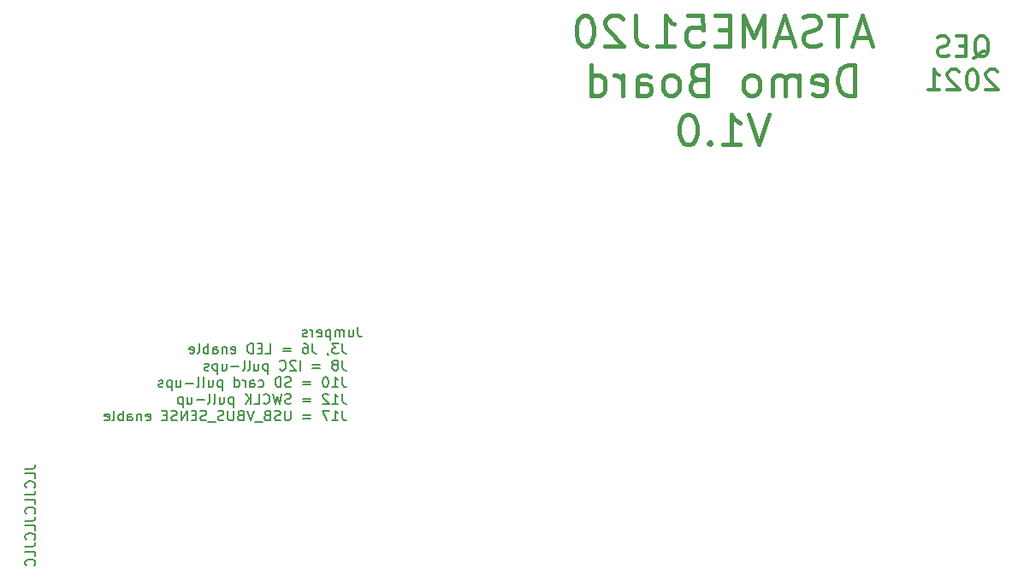
<source format=gbo>
G04 #@! TF.GenerationSoftware,KiCad,Pcbnew,(5.1.10)-1*
G04 #@! TF.CreationDate,2021-11-18T19:13:28-07:00*
G04 #@! TF.ProjectId,ATSAME51Demo,41545341-4d45-4353-9144-656d6f2e6b69,1.0*
G04 #@! TF.SameCoordinates,Original*
G04 #@! TF.FileFunction,Legend,Bot*
G04 #@! TF.FilePolarity,Positive*
%FSLAX46Y46*%
G04 Gerber Fmt 4.6, Leading zero omitted, Abs format (unit mm)*
G04 Created by KiCad (PCBNEW (5.1.10)-1) date 2021-11-18 19:13:28*
%MOMM*%
%LPD*%
G01*
G04 APERTURE LIST*
%ADD10C,0.160000*%
%ADD11C,0.300000*%
%ADD12C,0.400000*%
%ADD13O,1.700000X1.700000*%
%ADD14R,1.700000X1.700000*%
%ADD15C,0.500000*%
%ADD16C,1.540000*%
%ADD17C,0.900000*%
%ADD18R,4.400000X1.800000*%
%ADD19O,4.000000X1.800000*%
%ADD20O,1.800000X4.000000*%
G04 APERTURE END LIST*
D10*
X84122190Y-120302380D02*
X84122190Y-121016666D01*
X84169809Y-121159523D01*
X84265047Y-121254761D01*
X84407904Y-121302380D01*
X84503142Y-121302380D01*
X83217428Y-120635714D02*
X83217428Y-121302380D01*
X83646000Y-120635714D02*
X83646000Y-121159523D01*
X83598380Y-121254761D01*
X83503142Y-121302380D01*
X83360285Y-121302380D01*
X83265047Y-121254761D01*
X83217428Y-121207142D01*
X82741238Y-121302380D02*
X82741238Y-120635714D01*
X82741238Y-120730952D02*
X82693619Y-120683333D01*
X82598380Y-120635714D01*
X82455523Y-120635714D01*
X82360285Y-120683333D01*
X82312666Y-120778571D01*
X82312666Y-121302380D01*
X82312666Y-120778571D02*
X82265047Y-120683333D01*
X82169809Y-120635714D01*
X82026952Y-120635714D01*
X81931714Y-120683333D01*
X81884095Y-120778571D01*
X81884095Y-121302380D01*
X81407904Y-120635714D02*
X81407904Y-121635714D01*
X81407904Y-120683333D02*
X81312666Y-120635714D01*
X81122190Y-120635714D01*
X81026952Y-120683333D01*
X80979333Y-120730952D01*
X80931714Y-120826190D01*
X80931714Y-121111904D01*
X80979333Y-121207142D01*
X81026952Y-121254761D01*
X81122190Y-121302380D01*
X81312666Y-121302380D01*
X81407904Y-121254761D01*
X80122190Y-121254761D02*
X80217428Y-121302380D01*
X80407904Y-121302380D01*
X80503142Y-121254761D01*
X80550761Y-121159523D01*
X80550761Y-120778571D01*
X80503142Y-120683333D01*
X80407904Y-120635714D01*
X80217428Y-120635714D01*
X80122190Y-120683333D01*
X80074571Y-120778571D01*
X80074571Y-120873809D01*
X80550761Y-120969047D01*
X79646000Y-121302380D02*
X79646000Y-120635714D01*
X79646000Y-120826190D02*
X79598380Y-120730952D01*
X79550761Y-120683333D01*
X79455523Y-120635714D01*
X79360285Y-120635714D01*
X79074571Y-121254761D02*
X78979333Y-121302380D01*
X78788857Y-121302380D01*
X78693619Y-121254761D01*
X78646000Y-121159523D01*
X78646000Y-121111904D01*
X78693619Y-121016666D01*
X78788857Y-120969047D01*
X78931714Y-120969047D01*
X79026952Y-120921428D01*
X79074571Y-120826190D01*
X79074571Y-120778571D01*
X79026952Y-120683333D01*
X78931714Y-120635714D01*
X78788857Y-120635714D01*
X78693619Y-120683333D01*
X82598380Y-121962380D02*
X82598380Y-122676666D01*
X82646000Y-122819523D01*
X82741238Y-122914761D01*
X82884095Y-122962380D01*
X82979333Y-122962380D01*
X82217428Y-121962380D02*
X81598380Y-121962380D01*
X81931714Y-122343333D01*
X81788857Y-122343333D01*
X81693619Y-122390952D01*
X81646000Y-122438571D01*
X81598380Y-122533809D01*
X81598380Y-122771904D01*
X81646000Y-122867142D01*
X81693619Y-122914761D01*
X81788857Y-122962380D01*
X82074571Y-122962380D01*
X82169809Y-122914761D01*
X82217428Y-122867142D01*
X81122190Y-122914761D02*
X81122190Y-122962380D01*
X81169809Y-123057619D01*
X81217428Y-123105238D01*
X79646000Y-121962380D02*
X79646000Y-122676666D01*
X79693619Y-122819523D01*
X79788857Y-122914761D01*
X79931714Y-122962380D01*
X80026952Y-122962380D01*
X78741238Y-121962380D02*
X78931714Y-121962380D01*
X79026952Y-122010000D01*
X79074571Y-122057619D01*
X79169809Y-122200476D01*
X79217428Y-122390952D01*
X79217428Y-122771904D01*
X79169809Y-122867142D01*
X79122190Y-122914761D01*
X79026952Y-122962380D01*
X78836476Y-122962380D01*
X78741238Y-122914761D01*
X78693619Y-122867142D01*
X78646000Y-122771904D01*
X78646000Y-122533809D01*
X78693619Y-122438571D01*
X78741238Y-122390952D01*
X78836476Y-122343333D01*
X79026952Y-122343333D01*
X79122190Y-122390952D01*
X79169809Y-122438571D01*
X79217428Y-122533809D01*
X77455523Y-122438571D02*
X76693619Y-122438571D01*
X76693619Y-122724285D02*
X77455523Y-122724285D01*
X74979333Y-122962380D02*
X75455523Y-122962380D01*
X75455523Y-121962380D01*
X74646000Y-122438571D02*
X74312666Y-122438571D01*
X74169809Y-122962380D02*
X74646000Y-122962380D01*
X74646000Y-121962380D01*
X74169809Y-121962380D01*
X73741238Y-122962380D02*
X73741238Y-121962380D01*
X73503142Y-121962380D01*
X73360285Y-122010000D01*
X73265047Y-122105238D01*
X73217428Y-122200476D01*
X73169809Y-122390952D01*
X73169809Y-122533809D01*
X73217428Y-122724285D01*
X73265047Y-122819523D01*
X73360285Y-122914761D01*
X73503142Y-122962380D01*
X73741238Y-122962380D01*
X71598380Y-122914761D02*
X71693619Y-122962380D01*
X71884095Y-122962380D01*
X71979333Y-122914761D01*
X72026952Y-122819523D01*
X72026952Y-122438571D01*
X71979333Y-122343333D01*
X71884095Y-122295714D01*
X71693619Y-122295714D01*
X71598380Y-122343333D01*
X71550761Y-122438571D01*
X71550761Y-122533809D01*
X72026952Y-122629047D01*
X71122190Y-122295714D02*
X71122190Y-122962380D01*
X71122190Y-122390952D02*
X71074571Y-122343333D01*
X70979333Y-122295714D01*
X70836476Y-122295714D01*
X70741238Y-122343333D01*
X70693619Y-122438571D01*
X70693619Y-122962380D01*
X69788857Y-122962380D02*
X69788857Y-122438571D01*
X69836476Y-122343333D01*
X69931714Y-122295714D01*
X70122190Y-122295714D01*
X70217428Y-122343333D01*
X69788857Y-122914761D02*
X69884095Y-122962380D01*
X70122190Y-122962380D01*
X70217428Y-122914761D01*
X70265047Y-122819523D01*
X70265047Y-122724285D01*
X70217428Y-122629047D01*
X70122190Y-122581428D01*
X69884095Y-122581428D01*
X69788857Y-122533809D01*
X69312666Y-122962380D02*
X69312666Y-121962380D01*
X69312666Y-122343333D02*
X69217428Y-122295714D01*
X69026952Y-122295714D01*
X68931714Y-122343333D01*
X68884095Y-122390952D01*
X68836476Y-122486190D01*
X68836476Y-122771904D01*
X68884095Y-122867142D01*
X68931714Y-122914761D01*
X69026952Y-122962380D01*
X69217428Y-122962380D01*
X69312666Y-122914761D01*
X68265047Y-122962380D02*
X68360285Y-122914761D01*
X68407904Y-122819523D01*
X68407904Y-121962380D01*
X67503142Y-122914761D02*
X67598380Y-122962380D01*
X67788857Y-122962380D01*
X67884095Y-122914761D01*
X67931714Y-122819523D01*
X67931714Y-122438571D01*
X67884095Y-122343333D01*
X67788857Y-122295714D01*
X67598380Y-122295714D01*
X67503142Y-122343333D01*
X67455523Y-122438571D01*
X67455523Y-122533809D01*
X67931714Y-122629047D01*
X82598380Y-123622380D02*
X82598380Y-124336666D01*
X82646000Y-124479523D01*
X82741238Y-124574761D01*
X82884095Y-124622380D01*
X82979333Y-124622380D01*
X81979333Y-124050952D02*
X82074571Y-124003333D01*
X82122190Y-123955714D01*
X82169809Y-123860476D01*
X82169809Y-123812857D01*
X82122190Y-123717619D01*
X82074571Y-123670000D01*
X81979333Y-123622380D01*
X81788857Y-123622380D01*
X81693619Y-123670000D01*
X81646000Y-123717619D01*
X81598380Y-123812857D01*
X81598380Y-123860476D01*
X81646000Y-123955714D01*
X81693619Y-124003333D01*
X81788857Y-124050952D01*
X81979333Y-124050952D01*
X82074571Y-124098571D01*
X82122190Y-124146190D01*
X82169809Y-124241428D01*
X82169809Y-124431904D01*
X82122190Y-124527142D01*
X82074571Y-124574761D01*
X81979333Y-124622380D01*
X81788857Y-124622380D01*
X81693619Y-124574761D01*
X81646000Y-124527142D01*
X81598380Y-124431904D01*
X81598380Y-124241428D01*
X81646000Y-124146190D01*
X81693619Y-124098571D01*
X81788857Y-124050952D01*
X80407904Y-124098571D02*
X79646000Y-124098571D01*
X79646000Y-124384285D02*
X80407904Y-124384285D01*
X78407904Y-124622380D02*
X78407904Y-123622380D01*
X77979333Y-123717619D02*
X77931714Y-123670000D01*
X77836476Y-123622380D01*
X77598380Y-123622380D01*
X77503142Y-123670000D01*
X77455523Y-123717619D01*
X77407904Y-123812857D01*
X77407904Y-123908095D01*
X77455523Y-124050952D01*
X78026952Y-124622380D01*
X77407904Y-124622380D01*
X76407904Y-124527142D02*
X76455523Y-124574761D01*
X76598380Y-124622380D01*
X76693619Y-124622380D01*
X76836476Y-124574761D01*
X76931714Y-124479523D01*
X76979333Y-124384285D01*
X77026952Y-124193809D01*
X77026952Y-124050952D01*
X76979333Y-123860476D01*
X76931714Y-123765238D01*
X76836476Y-123670000D01*
X76693619Y-123622380D01*
X76598380Y-123622380D01*
X76455523Y-123670000D01*
X76407904Y-123717619D01*
X75217428Y-123955714D02*
X75217428Y-124955714D01*
X75217428Y-124003333D02*
X75122190Y-123955714D01*
X74931714Y-123955714D01*
X74836476Y-124003333D01*
X74788857Y-124050952D01*
X74741238Y-124146190D01*
X74741238Y-124431904D01*
X74788857Y-124527142D01*
X74836476Y-124574761D01*
X74931714Y-124622380D01*
X75122190Y-124622380D01*
X75217428Y-124574761D01*
X73884095Y-123955714D02*
X73884095Y-124622380D01*
X74312666Y-123955714D02*
X74312666Y-124479523D01*
X74265047Y-124574761D01*
X74169809Y-124622380D01*
X74026952Y-124622380D01*
X73931714Y-124574761D01*
X73884095Y-124527142D01*
X73265047Y-124622380D02*
X73360285Y-124574761D01*
X73407904Y-124479523D01*
X73407904Y-123622380D01*
X72741238Y-124622380D02*
X72836476Y-124574761D01*
X72884095Y-124479523D01*
X72884095Y-123622380D01*
X72360285Y-124241428D02*
X71598380Y-124241428D01*
X70693619Y-123955714D02*
X70693619Y-124622380D01*
X71122190Y-123955714D02*
X71122190Y-124479523D01*
X71074571Y-124574761D01*
X70979333Y-124622380D01*
X70836476Y-124622380D01*
X70741238Y-124574761D01*
X70693619Y-124527142D01*
X70217428Y-123955714D02*
X70217428Y-124955714D01*
X70217428Y-124003333D02*
X70122190Y-123955714D01*
X69931714Y-123955714D01*
X69836476Y-124003333D01*
X69788857Y-124050952D01*
X69741238Y-124146190D01*
X69741238Y-124431904D01*
X69788857Y-124527142D01*
X69836476Y-124574761D01*
X69931714Y-124622380D01*
X70122190Y-124622380D01*
X70217428Y-124574761D01*
X69360285Y-124574761D02*
X69265047Y-124622380D01*
X69074571Y-124622380D01*
X68979333Y-124574761D01*
X68931714Y-124479523D01*
X68931714Y-124431904D01*
X68979333Y-124336666D01*
X69074571Y-124289047D01*
X69217428Y-124289047D01*
X69312666Y-124241428D01*
X69360285Y-124146190D01*
X69360285Y-124098571D01*
X69312666Y-124003333D01*
X69217428Y-123955714D01*
X69074571Y-123955714D01*
X68979333Y-124003333D01*
X82598380Y-125282380D02*
X82598380Y-125996666D01*
X82646000Y-126139523D01*
X82741238Y-126234761D01*
X82884095Y-126282380D01*
X82979333Y-126282380D01*
X81598380Y-126282380D02*
X82169809Y-126282380D01*
X81884095Y-126282380D02*
X81884095Y-125282380D01*
X81979333Y-125425238D01*
X82074571Y-125520476D01*
X82169809Y-125568095D01*
X80979333Y-125282380D02*
X80884095Y-125282380D01*
X80788857Y-125330000D01*
X80741238Y-125377619D01*
X80693619Y-125472857D01*
X80646000Y-125663333D01*
X80646000Y-125901428D01*
X80693619Y-126091904D01*
X80741238Y-126187142D01*
X80788857Y-126234761D01*
X80884095Y-126282380D01*
X80979333Y-126282380D01*
X81074571Y-126234761D01*
X81122190Y-126187142D01*
X81169809Y-126091904D01*
X81217428Y-125901428D01*
X81217428Y-125663333D01*
X81169809Y-125472857D01*
X81122190Y-125377619D01*
X81074571Y-125330000D01*
X80979333Y-125282380D01*
X79455523Y-125758571D02*
X78693619Y-125758571D01*
X78693619Y-126044285D02*
X79455523Y-126044285D01*
X77503142Y-126234761D02*
X77360285Y-126282380D01*
X77122190Y-126282380D01*
X77026952Y-126234761D01*
X76979333Y-126187142D01*
X76931714Y-126091904D01*
X76931714Y-125996666D01*
X76979333Y-125901428D01*
X77026952Y-125853809D01*
X77122190Y-125806190D01*
X77312666Y-125758571D01*
X77407904Y-125710952D01*
X77455523Y-125663333D01*
X77503142Y-125568095D01*
X77503142Y-125472857D01*
X77455523Y-125377619D01*
X77407904Y-125330000D01*
X77312666Y-125282380D01*
X77074571Y-125282380D01*
X76931714Y-125330000D01*
X76503142Y-126282380D02*
X76503142Y-125282380D01*
X76265047Y-125282380D01*
X76122190Y-125330000D01*
X76026952Y-125425238D01*
X75979333Y-125520476D01*
X75931714Y-125710952D01*
X75931714Y-125853809D01*
X75979333Y-126044285D01*
X76026952Y-126139523D01*
X76122190Y-126234761D01*
X76265047Y-126282380D01*
X76503142Y-126282380D01*
X74312666Y-126234761D02*
X74407904Y-126282380D01*
X74598380Y-126282380D01*
X74693619Y-126234761D01*
X74741238Y-126187142D01*
X74788857Y-126091904D01*
X74788857Y-125806190D01*
X74741238Y-125710952D01*
X74693619Y-125663333D01*
X74598380Y-125615714D01*
X74407904Y-125615714D01*
X74312666Y-125663333D01*
X73455523Y-126282380D02*
X73455523Y-125758571D01*
X73503142Y-125663333D01*
X73598380Y-125615714D01*
X73788857Y-125615714D01*
X73884095Y-125663333D01*
X73455523Y-126234761D02*
X73550761Y-126282380D01*
X73788857Y-126282380D01*
X73884095Y-126234761D01*
X73931714Y-126139523D01*
X73931714Y-126044285D01*
X73884095Y-125949047D01*
X73788857Y-125901428D01*
X73550761Y-125901428D01*
X73455523Y-125853809D01*
X72979333Y-126282380D02*
X72979333Y-125615714D01*
X72979333Y-125806190D02*
X72931714Y-125710952D01*
X72884095Y-125663333D01*
X72788857Y-125615714D01*
X72693619Y-125615714D01*
X71931714Y-126282380D02*
X71931714Y-125282380D01*
X71931714Y-126234761D02*
X72026952Y-126282380D01*
X72217428Y-126282380D01*
X72312666Y-126234761D01*
X72360285Y-126187142D01*
X72407904Y-126091904D01*
X72407904Y-125806190D01*
X72360285Y-125710952D01*
X72312666Y-125663333D01*
X72217428Y-125615714D01*
X72026952Y-125615714D01*
X71931714Y-125663333D01*
X70693619Y-125615714D02*
X70693619Y-126615714D01*
X70693619Y-125663333D02*
X70598380Y-125615714D01*
X70407904Y-125615714D01*
X70312666Y-125663333D01*
X70265047Y-125710952D01*
X70217428Y-125806190D01*
X70217428Y-126091904D01*
X70265047Y-126187142D01*
X70312666Y-126234761D01*
X70407904Y-126282380D01*
X70598380Y-126282380D01*
X70693619Y-126234761D01*
X69360285Y-125615714D02*
X69360285Y-126282380D01*
X69788857Y-125615714D02*
X69788857Y-126139523D01*
X69741238Y-126234761D01*
X69646000Y-126282380D01*
X69503142Y-126282380D01*
X69407904Y-126234761D01*
X69360285Y-126187142D01*
X68741238Y-126282380D02*
X68836476Y-126234761D01*
X68884095Y-126139523D01*
X68884095Y-125282380D01*
X68217428Y-126282380D02*
X68312666Y-126234761D01*
X68360285Y-126139523D01*
X68360285Y-125282380D01*
X67836476Y-125901428D02*
X67074571Y-125901428D01*
X66169809Y-125615714D02*
X66169809Y-126282380D01*
X66598380Y-125615714D02*
X66598380Y-126139523D01*
X66550761Y-126234761D01*
X66455523Y-126282380D01*
X66312666Y-126282380D01*
X66217428Y-126234761D01*
X66169809Y-126187142D01*
X65693619Y-125615714D02*
X65693619Y-126615714D01*
X65693619Y-125663333D02*
X65598380Y-125615714D01*
X65407904Y-125615714D01*
X65312666Y-125663333D01*
X65265047Y-125710952D01*
X65217428Y-125806190D01*
X65217428Y-126091904D01*
X65265047Y-126187142D01*
X65312666Y-126234761D01*
X65407904Y-126282380D01*
X65598380Y-126282380D01*
X65693619Y-126234761D01*
X64836476Y-126234761D02*
X64741238Y-126282380D01*
X64550761Y-126282380D01*
X64455523Y-126234761D01*
X64407904Y-126139523D01*
X64407904Y-126091904D01*
X64455523Y-125996666D01*
X64550761Y-125949047D01*
X64693619Y-125949047D01*
X64788857Y-125901428D01*
X64836476Y-125806190D01*
X64836476Y-125758571D01*
X64788857Y-125663333D01*
X64693619Y-125615714D01*
X64550761Y-125615714D01*
X64455523Y-125663333D01*
X82598380Y-126942380D02*
X82598380Y-127656666D01*
X82646000Y-127799523D01*
X82741238Y-127894761D01*
X82884095Y-127942380D01*
X82979333Y-127942380D01*
X81598380Y-127942380D02*
X82169809Y-127942380D01*
X81884095Y-127942380D02*
X81884095Y-126942380D01*
X81979333Y-127085238D01*
X82074571Y-127180476D01*
X82169809Y-127228095D01*
X81217428Y-127037619D02*
X81169809Y-126990000D01*
X81074571Y-126942380D01*
X80836476Y-126942380D01*
X80741238Y-126990000D01*
X80693619Y-127037619D01*
X80646000Y-127132857D01*
X80646000Y-127228095D01*
X80693619Y-127370952D01*
X81265047Y-127942380D01*
X80646000Y-127942380D01*
X79455523Y-127418571D02*
X78693619Y-127418571D01*
X78693619Y-127704285D02*
X79455523Y-127704285D01*
X77503142Y-127894761D02*
X77360285Y-127942380D01*
X77122190Y-127942380D01*
X77026952Y-127894761D01*
X76979333Y-127847142D01*
X76931714Y-127751904D01*
X76931714Y-127656666D01*
X76979333Y-127561428D01*
X77026952Y-127513809D01*
X77122190Y-127466190D01*
X77312666Y-127418571D01*
X77407904Y-127370952D01*
X77455523Y-127323333D01*
X77503142Y-127228095D01*
X77503142Y-127132857D01*
X77455523Y-127037619D01*
X77407904Y-126990000D01*
X77312666Y-126942380D01*
X77074571Y-126942380D01*
X76931714Y-126990000D01*
X76598380Y-126942380D02*
X76360285Y-127942380D01*
X76169809Y-127228095D01*
X75979333Y-127942380D01*
X75741238Y-126942380D01*
X74788857Y-127847142D02*
X74836476Y-127894761D01*
X74979333Y-127942380D01*
X75074571Y-127942380D01*
X75217428Y-127894761D01*
X75312666Y-127799523D01*
X75360285Y-127704285D01*
X75407904Y-127513809D01*
X75407904Y-127370952D01*
X75360285Y-127180476D01*
X75312666Y-127085238D01*
X75217428Y-126990000D01*
X75074571Y-126942380D01*
X74979333Y-126942380D01*
X74836476Y-126990000D01*
X74788857Y-127037619D01*
X73884095Y-127942380D02*
X74360285Y-127942380D01*
X74360285Y-126942380D01*
X73550761Y-127942380D02*
X73550761Y-126942380D01*
X72979333Y-127942380D02*
X73407904Y-127370952D01*
X72979333Y-126942380D02*
X73550761Y-127513809D01*
X71788857Y-127275714D02*
X71788857Y-128275714D01*
X71788857Y-127323333D02*
X71693619Y-127275714D01*
X71503142Y-127275714D01*
X71407904Y-127323333D01*
X71360285Y-127370952D01*
X71312666Y-127466190D01*
X71312666Y-127751904D01*
X71360285Y-127847142D01*
X71407904Y-127894761D01*
X71503142Y-127942380D01*
X71693619Y-127942380D01*
X71788857Y-127894761D01*
X70455523Y-127275714D02*
X70455523Y-127942380D01*
X70884095Y-127275714D02*
X70884095Y-127799523D01*
X70836476Y-127894761D01*
X70741238Y-127942380D01*
X70598380Y-127942380D01*
X70503142Y-127894761D01*
X70455523Y-127847142D01*
X69836476Y-127942380D02*
X69931714Y-127894761D01*
X69979333Y-127799523D01*
X69979333Y-126942380D01*
X69312666Y-127942380D02*
X69407904Y-127894761D01*
X69455523Y-127799523D01*
X69455523Y-126942380D01*
X68931714Y-127561428D02*
X68169809Y-127561428D01*
X67265047Y-127275714D02*
X67265047Y-127942380D01*
X67693619Y-127275714D02*
X67693619Y-127799523D01*
X67646000Y-127894761D01*
X67550761Y-127942380D01*
X67407904Y-127942380D01*
X67312666Y-127894761D01*
X67265047Y-127847142D01*
X66788857Y-127275714D02*
X66788857Y-128275714D01*
X66788857Y-127323333D02*
X66693619Y-127275714D01*
X66503142Y-127275714D01*
X66407904Y-127323333D01*
X66360285Y-127370952D01*
X66312666Y-127466190D01*
X66312666Y-127751904D01*
X66360285Y-127847142D01*
X66407904Y-127894761D01*
X66503142Y-127942380D01*
X66693619Y-127942380D01*
X66788857Y-127894761D01*
X82598380Y-128602380D02*
X82598380Y-129316666D01*
X82646000Y-129459523D01*
X82741238Y-129554761D01*
X82884095Y-129602380D01*
X82979333Y-129602380D01*
X81598380Y-129602380D02*
X82169809Y-129602380D01*
X81884095Y-129602380D02*
X81884095Y-128602380D01*
X81979333Y-128745238D01*
X82074571Y-128840476D01*
X82169809Y-128888095D01*
X81265047Y-128602380D02*
X80598380Y-128602380D01*
X81026952Y-129602380D01*
X79455523Y-129078571D02*
X78693619Y-129078571D01*
X78693619Y-129364285D02*
X79455523Y-129364285D01*
X77455523Y-128602380D02*
X77455523Y-129411904D01*
X77407904Y-129507142D01*
X77360285Y-129554761D01*
X77265047Y-129602380D01*
X77074571Y-129602380D01*
X76979333Y-129554761D01*
X76931714Y-129507142D01*
X76884095Y-129411904D01*
X76884095Y-128602380D01*
X76455523Y-129554761D02*
X76312666Y-129602380D01*
X76074571Y-129602380D01*
X75979333Y-129554761D01*
X75931714Y-129507142D01*
X75884095Y-129411904D01*
X75884095Y-129316666D01*
X75931714Y-129221428D01*
X75979333Y-129173809D01*
X76074571Y-129126190D01*
X76265047Y-129078571D01*
X76360285Y-129030952D01*
X76407904Y-128983333D01*
X76455523Y-128888095D01*
X76455523Y-128792857D01*
X76407904Y-128697619D01*
X76360285Y-128650000D01*
X76265047Y-128602380D01*
X76026952Y-128602380D01*
X75884095Y-128650000D01*
X75122190Y-129078571D02*
X74979333Y-129126190D01*
X74931714Y-129173809D01*
X74884095Y-129269047D01*
X74884095Y-129411904D01*
X74931714Y-129507142D01*
X74979333Y-129554761D01*
X75074571Y-129602380D01*
X75455523Y-129602380D01*
X75455523Y-128602380D01*
X75122190Y-128602380D01*
X75026952Y-128650000D01*
X74979333Y-128697619D01*
X74931714Y-128792857D01*
X74931714Y-128888095D01*
X74979333Y-128983333D01*
X75026952Y-129030952D01*
X75122190Y-129078571D01*
X75455523Y-129078571D01*
X74693619Y-129697619D02*
X73931714Y-129697619D01*
X73836476Y-128602380D02*
X73503142Y-129602380D01*
X73169809Y-128602380D01*
X72503142Y-129078571D02*
X72360285Y-129126190D01*
X72312666Y-129173809D01*
X72265047Y-129269047D01*
X72265047Y-129411904D01*
X72312666Y-129507142D01*
X72360285Y-129554761D01*
X72455523Y-129602380D01*
X72836476Y-129602380D01*
X72836476Y-128602380D01*
X72503142Y-128602380D01*
X72407904Y-128650000D01*
X72360285Y-128697619D01*
X72312666Y-128792857D01*
X72312666Y-128888095D01*
X72360285Y-128983333D01*
X72407904Y-129030952D01*
X72503142Y-129078571D01*
X72836476Y-129078571D01*
X71836476Y-128602380D02*
X71836476Y-129411904D01*
X71788857Y-129507142D01*
X71741238Y-129554761D01*
X71646000Y-129602380D01*
X71455523Y-129602380D01*
X71360285Y-129554761D01*
X71312666Y-129507142D01*
X71265047Y-129411904D01*
X71265047Y-128602380D01*
X70836476Y-129554761D02*
X70693619Y-129602380D01*
X70455523Y-129602380D01*
X70360285Y-129554761D01*
X70312666Y-129507142D01*
X70265047Y-129411904D01*
X70265047Y-129316666D01*
X70312666Y-129221428D01*
X70360285Y-129173809D01*
X70455523Y-129126190D01*
X70646000Y-129078571D01*
X70741238Y-129030952D01*
X70788857Y-128983333D01*
X70836476Y-128888095D01*
X70836476Y-128792857D01*
X70788857Y-128697619D01*
X70741238Y-128650000D01*
X70646000Y-128602380D01*
X70407904Y-128602380D01*
X70265047Y-128650000D01*
X70074571Y-129697619D02*
X69312666Y-129697619D01*
X69122190Y-129554761D02*
X68979333Y-129602380D01*
X68741238Y-129602380D01*
X68646000Y-129554761D01*
X68598380Y-129507142D01*
X68550761Y-129411904D01*
X68550761Y-129316666D01*
X68598380Y-129221428D01*
X68646000Y-129173809D01*
X68741238Y-129126190D01*
X68931714Y-129078571D01*
X69026952Y-129030952D01*
X69074571Y-128983333D01*
X69122190Y-128888095D01*
X69122190Y-128792857D01*
X69074571Y-128697619D01*
X69026952Y-128650000D01*
X68931714Y-128602380D01*
X68693619Y-128602380D01*
X68550761Y-128650000D01*
X68122190Y-129078571D02*
X67788857Y-129078571D01*
X67646000Y-129602380D02*
X68122190Y-129602380D01*
X68122190Y-128602380D01*
X67646000Y-128602380D01*
X67217428Y-129602380D02*
X67217428Y-128602380D01*
X66646000Y-129602380D01*
X66646000Y-128602380D01*
X66217428Y-129554761D02*
X66074571Y-129602380D01*
X65836476Y-129602380D01*
X65741238Y-129554761D01*
X65693619Y-129507142D01*
X65646000Y-129411904D01*
X65646000Y-129316666D01*
X65693619Y-129221428D01*
X65741238Y-129173809D01*
X65836476Y-129126190D01*
X66026952Y-129078571D01*
X66122190Y-129030952D01*
X66169809Y-128983333D01*
X66217428Y-128888095D01*
X66217428Y-128792857D01*
X66169809Y-128697619D01*
X66122190Y-128650000D01*
X66026952Y-128602380D01*
X65788857Y-128602380D01*
X65646000Y-128650000D01*
X65217428Y-129078571D02*
X64884095Y-129078571D01*
X64741238Y-129602380D02*
X65217428Y-129602380D01*
X65217428Y-128602380D01*
X64741238Y-128602380D01*
X63169809Y-129554761D02*
X63265047Y-129602380D01*
X63455523Y-129602380D01*
X63550761Y-129554761D01*
X63598380Y-129459523D01*
X63598380Y-129078571D01*
X63550761Y-128983333D01*
X63455523Y-128935714D01*
X63265047Y-128935714D01*
X63169809Y-128983333D01*
X63122190Y-129078571D01*
X63122190Y-129173809D01*
X63598380Y-129269047D01*
X62693619Y-128935714D02*
X62693619Y-129602380D01*
X62693619Y-129030952D02*
X62646000Y-128983333D01*
X62550761Y-128935714D01*
X62407904Y-128935714D01*
X62312666Y-128983333D01*
X62265047Y-129078571D01*
X62265047Y-129602380D01*
X61360285Y-129602380D02*
X61360285Y-129078571D01*
X61407904Y-128983333D01*
X61503142Y-128935714D01*
X61693619Y-128935714D01*
X61788857Y-128983333D01*
X61360285Y-129554761D02*
X61455523Y-129602380D01*
X61693619Y-129602380D01*
X61788857Y-129554761D01*
X61836476Y-129459523D01*
X61836476Y-129364285D01*
X61788857Y-129269047D01*
X61693619Y-129221428D01*
X61455523Y-129221428D01*
X61360285Y-129173809D01*
X60884095Y-129602380D02*
X60884095Y-128602380D01*
X60884095Y-128983333D02*
X60788857Y-128935714D01*
X60598380Y-128935714D01*
X60503142Y-128983333D01*
X60455523Y-129030952D01*
X60407904Y-129126190D01*
X60407904Y-129411904D01*
X60455523Y-129507142D01*
X60503142Y-129554761D01*
X60598380Y-129602380D01*
X60788857Y-129602380D01*
X60884095Y-129554761D01*
X59836476Y-129602380D02*
X59931714Y-129554761D01*
X59979333Y-129459523D01*
X59979333Y-128602380D01*
X59074571Y-129554761D02*
X59169809Y-129602380D01*
X59360285Y-129602380D01*
X59455523Y-129554761D01*
X59503142Y-129459523D01*
X59503142Y-129078571D01*
X59455523Y-128983333D01*
X59360285Y-128935714D01*
X59169809Y-128935714D01*
X59074571Y-128983333D01*
X59026952Y-129078571D01*
X59026952Y-129173809D01*
X59503142Y-129269047D01*
D11*
X145095238Y-93695238D02*
X145285714Y-93600000D01*
X145476190Y-93409523D01*
X145761904Y-93123809D01*
X145952380Y-93028571D01*
X146142857Y-93028571D01*
X146047619Y-93504761D02*
X146238095Y-93409523D01*
X146428571Y-93219047D01*
X146523809Y-92838095D01*
X146523809Y-92171428D01*
X146428571Y-91790476D01*
X146238095Y-91600000D01*
X146047619Y-91504761D01*
X145666666Y-91504761D01*
X145476190Y-91600000D01*
X145285714Y-91790476D01*
X145190476Y-92171428D01*
X145190476Y-92838095D01*
X145285714Y-93219047D01*
X145476190Y-93409523D01*
X145666666Y-93504761D01*
X146047619Y-93504761D01*
X144333333Y-92457142D02*
X143666666Y-92457142D01*
X143380952Y-93504761D02*
X144333333Y-93504761D01*
X144333333Y-91504761D01*
X143380952Y-91504761D01*
X142619047Y-93409523D02*
X142333333Y-93504761D01*
X141857142Y-93504761D01*
X141666666Y-93409523D01*
X141571428Y-93314285D01*
X141476190Y-93123809D01*
X141476190Y-92933333D01*
X141571428Y-92742857D01*
X141666666Y-92647619D01*
X141857142Y-92552380D01*
X142238095Y-92457142D01*
X142428571Y-92361904D01*
X142523809Y-92266666D01*
X142619047Y-92076190D01*
X142619047Y-91885714D01*
X142523809Y-91695238D01*
X142428571Y-91600000D01*
X142238095Y-91504761D01*
X141761904Y-91504761D01*
X141476190Y-91600000D01*
X147428571Y-94995238D02*
X147333333Y-94900000D01*
X147142857Y-94804761D01*
X146666666Y-94804761D01*
X146476190Y-94900000D01*
X146380952Y-94995238D01*
X146285714Y-95185714D01*
X146285714Y-95376190D01*
X146380952Y-95661904D01*
X147523809Y-96804761D01*
X146285714Y-96804761D01*
X145047619Y-94804761D02*
X144857142Y-94804761D01*
X144666666Y-94900000D01*
X144571428Y-94995238D01*
X144476190Y-95185714D01*
X144380952Y-95566666D01*
X144380952Y-96042857D01*
X144476190Y-96423809D01*
X144571428Y-96614285D01*
X144666666Y-96709523D01*
X144857142Y-96804761D01*
X145047619Y-96804761D01*
X145238095Y-96709523D01*
X145333333Y-96614285D01*
X145428571Y-96423809D01*
X145523809Y-96042857D01*
X145523809Y-95566666D01*
X145428571Y-95185714D01*
X145333333Y-94995238D01*
X145238095Y-94900000D01*
X145047619Y-94804761D01*
X143619047Y-94995238D02*
X143523809Y-94900000D01*
X143333333Y-94804761D01*
X142857142Y-94804761D01*
X142666666Y-94900000D01*
X142571428Y-94995238D01*
X142476190Y-95185714D01*
X142476190Y-95376190D01*
X142571428Y-95661904D01*
X143714285Y-96804761D01*
X142476190Y-96804761D01*
X140571428Y-96804761D02*
X141714285Y-96804761D01*
X141142857Y-96804761D02*
X141142857Y-94804761D01*
X141333333Y-95090476D01*
X141523809Y-95280952D01*
X141714285Y-95376190D01*
D10*
X51202380Y-134380952D02*
X51916666Y-134380952D01*
X52059523Y-134333333D01*
X52154761Y-134238095D01*
X52202380Y-134095238D01*
X52202380Y-134000000D01*
X52202380Y-135333333D02*
X52202380Y-134857142D01*
X51202380Y-134857142D01*
X52107142Y-136238095D02*
X52154761Y-136190476D01*
X52202380Y-136047619D01*
X52202380Y-135952380D01*
X52154761Y-135809523D01*
X52059523Y-135714285D01*
X51964285Y-135666666D01*
X51773809Y-135619047D01*
X51630952Y-135619047D01*
X51440476Y-135666666D01*
X51345238Y-135714285D01*
X51250000Y-135809523D01*
X51202380Y-135952380D01*
X51202380Y-136047619D01*
X51250000Y-136190476D01*
X51297619Y-136238095D01*
X51202380Y-136952380D02*
X51916666Y-136952380D01*
X52059523Y-136904761D01*
X52154761Y-136809523D01*
X52202380Y-136666666D01*
X52202380Y-136571428D01*
X52202380Y-137904761D02*
X52202380Y-137428571D01*
X51202380Y-137428571D01*
X52107142Y-138809523D02*
X52154761Y-138761904D01*
X52202380Y-138619047D01*
X52202380Y-138523809D01*
X52154761Y-138380952D01*
X52059523Y-138285714D01*
X51964285Y-138238095D01*
X51773809Y-138190476D01*
X51630952Y-138190476D01*
X51440476Y-138238095D01*
X51345238Y-138285714D01*
X51250000Y-138380952D01*
X51202380Y-138523809D01*
X51202380Y-138619047D01*
X51250000Y-138761904D01*
X51297619Y-138809523D01*
X51202380Y-139523809D02*
X51916666Y-139523809D01*
X52059523Y-139476190D01*
X52154761Y-139380952D01*
X52202380Y-139238095D01*
X52202380Y-139142857D01*
X52202380Y-140476190D02*
X52202380Y-140000000D01*
X51202380Y-140000000D01*
X52107142Y-141380952D02*
X52154761Y-141333333D01*
X52202380Y-141190476D01*
X52202380Y-141095238D01*
X52154761Y-140952380D01*
X52059523Y-140857142D01*
X51964285Y-140809523D01*
X51773809Y-140761904D01*
X51630952Y-140761904D01*
X51440476Y-140809523D01*
X51345238Y-140857142D01*
X51250000Y-140952380D01*
X51202380Y-141095238D01*
X51202380Y-141190476D01*
X51250000Y-141333333D01*
X51297619Y-141380952D01*
X51202380Y-142095238D02*
X51916666Y-142095238D01*
X52059523Y-142047619D01*
X52154761Y-141952380D01*
X52202380Y-141809523D01*
X52202380Y-141714285D01*
X52202380Y-143047619D02*
X52202380Y-142571428D01*
X51202380Y-142571428D01*
X52107142Y-143952380D02*
X52154761Y-143904761D01*
X52202380Y-143761904D01*
X52202380Y-143666666D01*
X52154761Y-143523809D01*
X52059523Y-143428571D01*
X51964285Y-143380952D01*
X51773809Y-143333333D01*
X51630952Y-143333333D01*
X51440476Y-143380952D01*
X51345238Y-143428571D01*
X51250000Y-143523809D01*
X51202380Y-143666666D01*
X51202380Y-143761904D01*
X51250000Y-143904761D01*
X51297619Y-143952380D01*
D12*
X134750000Y-91600000D02*
X133321428Y-91600000D01*
X135035714Y-92457142D02*
X134035714Y-89457142D01*
X133035714Y-92457142D01*
X132464285Y-89457142D02*
X130750000Y-89457142D01*
X131607142Y-92457142D02*
X131607142Y-89457142D01*
X129892857Y-92314285D02*
X129464285Y-92457142D01*
X128750000Y-92457142D01*
X128464285Y-92314285D01*
X128321428Y-92171428D01*
X128178571Y-91885714D01*
X128178571Y-91600000D01*
X128321428Y-91314285D01*
X128464285Y-91171428D01*
X128750000Y-91028571D01*
X129321428Y-90885714D01*
X129607142Y-90742857D01*
X129750000Y-90600000D01*
X129892857Y-90314285D01*
X129892857Y-90028571D01*
X129750000Y-89742857D01*
X129607142Y-89600000D01*
X129321428Y-89457142D01*
X128607142Y-89457142D01*
X128178571Y-89600000D01*
X127035714Y-91600000D02*
X125607142Y-91600000D01*
X127321428Y-92457142D02*
X126321428Y-89457142D01*
X125321428Y-92457142D01*
X124321428Y-92457142D02*
X124321428Y-89457142D01*
X123321428Y-91600000D01*
X122321428Y-89457142D01*
X122321428Y-92457142D01*
X120892857Y-90885714D02*
X119892857Y-90885714D01*
X119464285Y-92457142D02*
X120892857Y-92457142D01*
X120892857Y-89457142D01*
X119464285Y-89457142D01*
X116750000Y-89457142D02*
X118178571Y-89457142D01*
X118321428Y-90885714D01*
X118178571Y-90742857D01*
X117892857Y-90600000D01*
X117178571Y-90600000D01*
X116892857Y-90742857D01*
X116750000Y-90885714D01*
X116607142Y-91171428D01*
X116607142Y-91885714D01*
X116750000Y-92171428D01*
X116892857Y-92314285D01*
X117178571Y-92457142D01*
X117892857Y-92457142D01*
X118178571Y-92314285D01*
X118321428Y-92171428D01*
X113750000Y-92457142D02*
X115464285Y-92457142D01*
X114607142Y-92457142D02*
X114607142Y-89457142D01*
X114892857Y-89885714D01*
X115178571Y-90171428D01*
X115464285Y-90314285D01*
X111607142Y-89457142D02*
X111607142Y-91600000D01*
X111750000Y-92028571D01*
X112035714Y-92314285D01*
X112464285Y-92457142D01*
X112750000Y-92457142D01*
X110321428Y-89742857D02*
X110178571Y-89600000D01*
X109892857Y-89457142D01*
X109178571Y-89457142D01*
X108892857Y-89600000D01*
X108750000Y-89742857D01*
X108607142Y-90028571D01*
X108607142Y-90314285D01*
X108750000Y-90742857D01*
X110464285Y-92457142D01*
X108607142Y-92457142D01*
X106750000Y-89457142D02*
X106464285Y-89457142D01*
X106178571Y-89600000D01*
X106035714Y-89742857D01*
X105892857Y-90028571D01*
X105750000Y-90600000D01*
X105750000Y-91314285D01*
X105892857Y-91885714D01*
X106035714Y-92171428D01*
X106178571Y-92314285D01*
X106464285Y-92457142D01*
X106750000Y-92457142D01*
X107035714Y-92314285D01*
X107178571Y-92171428D01*
X107321428Y-91885714D01*
X107464285Y-91314285D01*
X107464285Y-90600000D01*
X107321428Y-90028571D01*
X107178571Y-89742857D01*
X107035714Y-89600000D01*
X106750000Y-89457142D01*
X133321428Y-97357142D02*
X133321428Y-94357142D01*
X132607142Y-94357142D01*
X132178571Y-94500000D01*
X131892857Y-94785714D01*
X131750000Y-95071428D01*
X131607142Y-95642857D01*
X131607142Y-96071428D01*
X131750000Y-96642857D01*
X131892857Y-96928571D01*
X132178571Y-97214285D01*
X132607142Y-97357142D01*
X133321428Y-97357142D01*
X129178571Y-97214285D02*
X129464285Y-97357142D01*
X130035714Y-97357142D01*
X130321428Y-97214285D01*
X130464285Y-96928571D01*
X130464285Y-95785714D01*
X130321428Y-95500000D01*
X130035714Y-95357142D01*
X129464285Y-95357142D01*
X129178571Y-95500000D01*
X129035714Y-95785714D01*
X129035714Y-96071428D01*
X130464285Y-96357142D01*
X127750000Y-97357142D02*
X127750000Y-95357142D01*
X127750000Y-95642857D02*
X127607142Y-95500000D01*
X127321428Y-95357142D01*
X126892857Y-95357142D01*
X126607142Y-95500000D01*
X126464285Y-95785714D01*
X126464285Y-97357142D01*
X126464285Y-95785714D02*
X126321428Y-95500000D01*
X126035714Y-95357142D01*
X125607142Y-95357142D01*
X125321428Y-95500000D01*
X125178571Y-95785714D01*
X125178571Y-97357142D01*
X123321428Y-97357142D02*
X123607142Y-97214285D01*
X123750000Y-97071428D01*
X123892857Y-96785714D01*
X123892857Y-95928571D01*
X123750000Y-95642857D01*
X123607142Y-95500000D01*
X123321428Y-95357142D01*
X122892857Y-95357142D01*
X122607142Y-95500000D01*
X122464285Y-95642857D01*
X122321428Y-95928571D01*
X122321428Y-96785714D01*
X122464285Y-97071428D01*
X122607142Y-97214285D01*
X122892857Y-97357142D01*
X123321428Y-97357142D01*
X117750000Y-95785714D02*
X117321428Y-95928571D01*
X117178571Y-96071428D01*
X117035714Y-96357142D01*
X117035714Y-96785714D01*
X117178571Y-97071428D01*
X117321428Y-97214285D01*
X117607142Y-97357142D01*
X118750000Y-97357142D01*
X118750000Y-94357142D01*
X117750000Y-94357142D01*
X117464285Y-94500000D01*
X117321428Y-94642857D01*
X117178571Y-94928571D01*
X117178571Y-95214285D01*
X117321428Y-95500000D01*
X117464285Y-95642857D01*
X117750000Y-95785714D01*
X118750000Y-95785714D01*
X115321428Y-97357142D02*
X115607142Y-97214285D01*
X115750000Y-97071428D01*
X115892857Y-96785714D01*
X115892857Y-95928571D01*
X115750000Y-95642857D01*
X115607142Y-95500000D01*
X115321428Y-95357142D01*
X114892857Y-95357142D01*
X114607142Y-95500000D01*
X114464285Y-95642857D01*
X114321428Y-95928571D01*
X114321428Y-96785714D01*
X114464285Y-97071428D01*
X114607142Y-97214285D01*
X114892857Y-97357142D01*
X115321428Y-97357142D01*
X111750000Y-97357142D02*
X111750000Y-95785714D01*
X111892857Y-95500000D01*
X112178571Y-95357142D01*
X112750000Y-95357142D01*
X113035714Y-95500000D01*
X111750000Y-97214285D02*
X112035714Y-97357142D01*
X112750000Y-97357142D01*
X113035714Y-97214285D01*
X113178571Y-96928571D01*
X113178571Y-96642857D01*
X113035714Y-96357142D01*
X112750000Y-96214285D01*
X112035714Y-96214285D01*
X111750000Y-96071428D01*
X110321428Y-97357142D02*
X110321428Y-95357142D01*
X110321428Y-95928571D02*
X110178571Y-95642857D01*
X110035714Y-95500000D01*
X109750000Y-95357142D01*
X109464285Y-95357142D01*
X107178571Y-97357142D02*
X107178571Y-94357142D01*
X107178571Y-97214285D02*
X107464285Y-97357142D01*
X108035714Y-97357142D01*
X108321428Y-97214285D01*
X108464285Y-97071428D01*
X108607142Y-96785714D01*
X108607142Y-95928571D01*
X108464285Y-95642857D01*
X108321428Y-95500000D01*
X108035714Y-95357142D01*
X107464285Y-95357142D01*
X107178571Y-95500000D01*
X124821428Y-99257142D02*
X123821428Y-102257142D01*
X122821428Y-99257142D01*
X120250000Y-102257142D02*
X121964285Y-102257142D01*
X121107142Y-102257142D02*
X121107142Y-99257142D01*
X121392857Y-99685714D01*
X121678571Y-99971428D01*
X121964285Y-100114285D01*
X118964285Y-101971428D02*
X118821428Y-102114285D01*
X118964285Y-102257142D01*
X119107142Y-102114285D01*
X118964285Y-101971428D01*
X118964285Y-102257142D01*
X116964285Y-99257142D02*
X116678571Y-99257142D01*
X116392857Y-99400000D01*
X116250000Y-99542857D01*
X116107142Y-99828571D01*
X115964285Y-100400000D01*
X115964285Y-101114285D01*
X116107142Y-101685714D01*
X116250000Y-101971428D01*
X116392857Y-102114285D01*
X116678571Y-102257142D01*
X116964285Y-102257142D01*
X117250000Y-102114285D01*
X117392857Y-101971428D01*
X117535714Y-101685714D01*
X117678571Y-101114285D01*
X117678571Y-100400000D01*
X117535714Y-99828571D01*
X117392857Y-99542857D01*
X117250000Y-99400000D01*
X116964285Y-99257142D01*
%LPC*%
D13*
X138100000Y-91560000D03*
D14*
X138100000Y-94100000D03*
D15*
X144975000Y-75265000D03*
X144975000Y-79225000D03*
D13*
X92164000Y-154234000D03*
X92164000Y-156774000D03*
X89624000Y-154234000D03*
X89624000Y-156774000D03*
X87084000Y-154234000D03*
X87084000Y-156774000D03*
X84544000Y-154234000D03*
X84544000Y-156774000D03*
X82004000Y-154234000D03*
X82004000Y-156774000D03*
X79464000Y-154234000D03*
D14*
X79464000Y-156774000D03*
D13*
X94185000Y-82690000D03*
X94185000Y-80150000D03*
X96725000Y-82690000D03*
X96725000Y-80150000D03*
X99265000Y-82690000D03*
X99265000Y-80150000D03*
X101805000Y-82690000D03*
X101805000Y-80150000D03*
X104345000Y-82690000D03*
X104345000Y-80150000D03*
X106885000Y-82690000D03*
X106885000Y-80150000D03*
X109425000Y-82690000D03*
D14*
X109425000Y-80150000D03*
D16*
X74310000Y-87270000D03*
X80810000Y-87270000D03*
X74310000Y-91770000D03*
X80810000Y-91770000D03*
X54025000Y-87270000D03*
X60525000Y-87270000D03*
X54025000Y-91770000D03*
X60525000Y-91770000D03*
D13*
X129460000Y-104300000D03*
X132000000Y-104300000D03*
X129460000Y-106840000D03*
X132000000Y-106840000D03*
X129460000Y-109380000D03*
X132000000Y-109380000D03*
X129460000Y-111920000D03*
X132000000Y-111920000D03*
X129460000Y-114460000D03*
X132000000Y-114460000D03*
X129460000Y-117000000D03*
D14*
X132000000Y-117000000D03*
D13*
X107080000Y-135460000D03*
X107080000Y-138000000D03*
X104540000Y-135460000D03*
X104540000Y-138000000D03*
X102000000Y-135460000D03*
X102000000Y-138000000D03*
X99460000Y-135460000D03*
X99460000Y-138000000D03*
X96920000Y-135460000D03*
X96920000Y-138000000D03*
X94380000Y-135460000D03*
X94380000Y-138000000D03*
X91840000Y-135460000D03*
X91840000Y-138000000D03*
X89300000Y-135460000D03*
D14*
X89300000Y-138000000D03*
D13*
X111780000Y-65000000D03*
X109240000Y-65000000D03*
X106700000Y-65000000D03*
X104160000Y-65000000D03*
X101620000Y-65000000D03*
X99080000Y-65000000D03*
X96540000Y-65000000D03*
D14*
X94000000Y-65000000D03*
D13*
X98890000Y-70310000D03*
D14*
X101430000Y-70310000D03*
D13*
X73540000Y-118240000D03*
X71000000Y-118240000D03*
X73540000Y-115700000D03*
X71000000Y-115700000D03*
X73540000Y-113160000D03*
X71000000Y-113160000D03*
X73540000Y-110620000D03*
X71000000Y-110620000D03*
X73540000Y-108080000D03*
X71000000Y-108080000D03*
X73540000Y-105540000D03*
X71000000Y-105540000D03*
X73540000Y-103000000D03*
D14*
X71000000Y-103000000D03*
D13*
X131700000Y-132740000D03*
X131700000Y-135280000D03*
X129160000Y-132740000D03*
D14*
X129160000Y-135280000D03*
D13*
X132000000Y-125770000D03*
X129460000Y-125770000D03*
X132000000Y-123230000D03*
D14*
X129460000Y-123230000D03*
D13*
X123914000Y-84384000D03*
D14*
X121374000Y-84384000D03*
D17*
X55350000Y-71650000D03*
X55350000Y-67250000D03*
D13*
X60668000Y-120452000D03*
D14*
X58128000Y-120452000D03*
D13*
X130800000Y-151610000D03*
X128260000Y-151610000D03*
X130800000Y-149070000D03*
X128260000Y-149070000D03*
X130800000Y-146530000D03*
D14*
X128260000Y-146530000D03*
D18*
X142425000Y-145300000D03*
D19*
X142425000Y-151100000D03*
D20*
X147225000Y-148300000D03*
M02*

</source>
